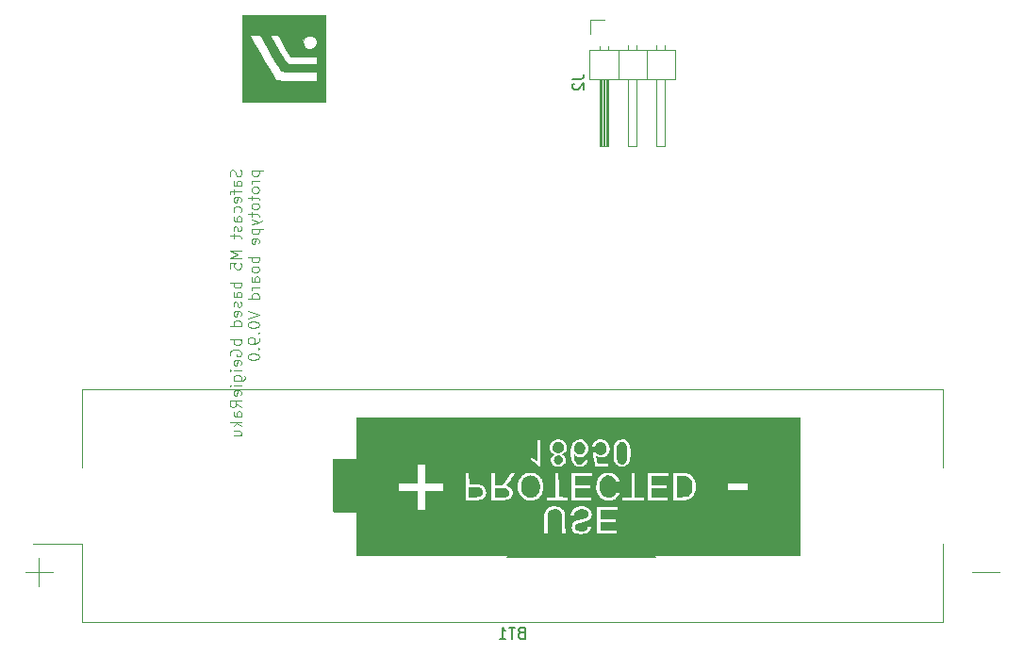
<source format=gbr>
G04 #@! TF.GenerationSoftware,KiCad,Pcbnew,(5.99.0-128-g6ff45b44c)*
G04 #@! TF.CreationDate,2019-09-15T18:53:50+09:00*
G04 #@! TF.ProjectId,M5_board,4d355f62-6f61-4726-942e-6b696361645f,rev?*
G04 #@! TF.SameCoordinates,Original*
G04 #@! TF.FileFunction,Legend,Bot*
G04 #@! TF.FilePolarity,Positive*
%FSLAX46Y46*%
G04 Gerber Fmt 4.6, Leading zero omitted, Abs format (unit mm)*
G04 Created by KiCad (PCBNEW (5.99.0-128-g6ff45b44c)) date 2019-09-15 18:53:50*
%MOMM*%
%LPD*%
G04 APERTURE LIST*
%ADD10C,0.100000*%
%ADD11C,0.150000*%
%ADD12C,0.010000*%
%ADD13C,0.120000*%
G04 APERTURE END LIST*
D10*
X138599761Y-85505476D02*
X138647380Y-85648333D01*
X138647380Y-85886428D01*
X138599761Y-85981666D01*
X138552142Y-86029285D01*
X138456904Y-86076904D01*
X138361666Y-86076904D01*
X138266428Y-86029285D01*
X138218809Y-85981666D01*
X138171190Y-85886428D01*
X138123571Y-85695952D01*
X138075952Y-85600714D01*
X138028333Y-85553095D01*
X137933095Y-85505476D01*
X137837857Y-85505476D01*
X137742619Y-85553095D01*
X137695000Y-85600714D01*
X137647380Y-85695952D01*
X137647380Y-85934047D01*
X137695000Y-86076904D01*
X138647380Y-86934047D02*
X138123571Y-86934047D01*
X138028333Y-86886428D01*
X137980714Y-86791190D01*
X137980714Y-86600714D01*
X138028333Y-86505476D01*
X138599761Y-86934047D02*
X138647380Y-86838809D01*
X138647380Y-86600714D01*
X138599761Y-86505476D01*
X138504523Y-86457857D01*
X138409285Y-86457857D01*
X138314047Y-86505476D01*
X138266428Y-86600714D01*
X138266428Y-86838809D01*
X138218809Y-86934047D01*
X137980714Y-87267380D02*
X137980714Y-87648333D01*
X138647380Y-87410238D02*
X137790238Y-87410238D01*
X137695000Y-87457857D01*
X137647380Y-87553095D01*
X137647380Y-87648333D01*
X138599761Y-88362619D02*
X138647380Y-88267380D01*
X138647380Y-88076904D01*
X138599761Y-87981666D01*
X138504523Y-87934047D01*
X138123571Y-87934047D01*
X138028333Y-87981666D01*
X137980714Y-88076904D01*
X137980714Y-88267380D01*
X138028333Y-88362619D01*
X138123571Y-88410238D01*
X138218809Y-88410238D01*
X138314047Y-87934047D01*
X138599761Y-89267380D02*
X138647380Y-89172142D01*
X138647380Y-88981666D01*
X138599761Y-88886428D01*
X138552142Y-88838809D01*
X138456904Y-88791190D01*
X138171190Y-88791190D01*
X138075952Y-88838809D01*
X138028333Y-88886428D01*
X137980714Y-88981666D01*
X137980714Y-89172142D01*
X138028333Y-89267380D01*
X138647380Y-90124523D02*
X138123571Y-90124523D01*
X138028333Y-90076904D01*
X137980714Y-89981666D01*
X137980714Y-89791190D01*
X138028333Y-89695952D01*
X138599761Y-90124523D02*
X138647380Y-90029285D01*
X138647380Y-89791190D01*
X138599761Y-89695952D01*
X138504523Y-89648333D01*
X138409285Y-89648333D01*
X138314047Y-89695952D01*
X138266428Y-89791190D01*
X138266428Y-90029285D01*
X138218809Y-90124523D01*
X138599761Y-90553095D02*
X138647380Y-90648333D01*
X138647380Y-90838809D01*
X138599761Y-90934047D01*
X138504523Y-90981666D01*
X138456904Y-90981666D01*
X138361666Y-90934047D01*
X138314047Y-90838809D01*
X138314047Y-90695952D01*
X138266428Y-90600714D01*
X138171190Y-90553095D01*
X138123571Y-90553095D01*
X138028333Y-90600714D01*
X137980714Y-90695952D01*
X137980714Y-90838809D01*
X138028333Y-90934047D01*
X137980714Y-91267380D02*
X137980714Y-91648333D01*
X137647380Y-91410238D02*
X138504523Y-91410238D01*
X138599761Y-91457857D01*
X138647380Y-91553095D01*
X138647380Y-91648333D01*
X138647380Y-92743571D02*
X137647380Y-92743571D01*
X138361666Y-93076904D01*
X137647380Y-93410238D01*
X138647380Y-93410238D01*
X137647380Y-94362619D02*
X137647380Y-93886428D01*
X138123571Y-93838809D01*
X138075952Y-93886428D01*
X138028333Y-93981666D01*
X138028333Y-94219761D01*
X138075952Y-94314999D01*
X138123571Y-94362619D01*
X138218809Y-94410238D01*
X138456904Y-94410238D01*
X138552142Y-94362619D01*
X138599761Y-94314999D01*
X138647380Y-94219761D01*
X138647380Y-93981666D01*
X138599761Y-93886428D01*
X138552142Y-93838809D01*
X138647380Y-95600714D02*
X137647380Y-95600714D01*
X138028333Y-95600714D02*
X137980714Y-95695952D01*
X137980714Y-95886428D01*
X138028333Y-95981666D01*
X138075952Y-96029285D01*
X138171190Y-96076904D01*
X138456904Y-96076904D01*
X138552142Y-96029285D01*
X138599761Y-95981666D01*
X138647380Y-95886428D01*
X138647380Y-95695952D01*
X138599761Y-95600714D01*
X138647380Y-96934047D02*
X138123571Y-96934047D01*
X138028333Y-96886428D01*
X137980714Y-96791190D01*
X137980714Y-96600714D01*
X138028333Y-96505476D01*
X138599761Y-96934047D02*
X138647380Y-96838809D01*
X138647380Y-96600714D01*
X138599761Y-96505476D01*
X138504523Y-96457857D01*
X138409285Y-96457857D01*
X138314047Y-96505476D01*
X138266428Y-96600714D01*
X138266428Y-96838809D01*
X138218809Y-96934047D01*
X138599761Y-97362619D02*
X138647380Y-97457857D01*
X138647380Y-97648333D01*
X138599761Y-97743571D01*
X138504523Y-97791190D01*
X138456904Y-97791190D01*
X138361666Y-97743571D01*
X138314047Y-97648333D01*
X138314047Y-97505476D01*
X138266428Y-97410238D01*
X138171190Y-97362619D01*
X138123571Y-97362619D01*
X138028333Y-97410238D01*
X137980714Y-97505476D01*
X137980714Y-97648333D01*
X138028333Y-97743571D01*
X138599761Y-98600714D02*
X138647380Y-98505476D01*
X138647380Y-98314999D01*
X138599761Y-98219761D01*
X138504523Y-98172142D01*
X138123571Y-98172142D01*
X138028333Y-98219761D01*
X137980714Y-98314999D01*
X137980714Y-98505476D01*
X138028333Y-98600714D01*
X138123571Y-98648333D01*
X138218809Y-98648333D01*
X138314047Y-98172142D01*
X138647380Y-99505476D02*
X137647380Y-99505476D01*
X138599761Y-99505476D02*
X138647380Y-99410238D01*
X138647380Y-99219761D01*
X138599761Y-99124523D01*
X138552142Y-99076904D01*
X138456904Y-99029285D01*
X138171190Y-99029285D01*
X138075952Y-99076904D01*
X138028333Y-99124523D01*
X137980714Y-99219761D01*
X137980714Y-99410238D01*
X138028333Y-99505476D01*
X138647380Y-100743571D02*
X137647380Y-100743571D01*
X138028333Y-100743571D02*
X137980714Y-100838809D01*
X137980714Y-101029285D01*
X138028333Y-101124523D01*
X138075952Y-101172142D01*
X138171190Y-101219761D01*
X138456904Y-101219761D01*
X138552142Y-101172142D01*
X138599761Y-101124523D01*
X138647380Y-101029285D01*
X138647380Y-100838809D01*
X138599761Y-100743571D01*
X137695000Y-102172142D02*
X137647380Y-102076904D01*
X137647380Y-101934047D01*
X137695000Y-101791190D01*
X137790238Y-101695952D01*
X137885476Y-101648333D01*
X138075952Y-101600714D01*
X138218809Y-101600714D01*
X138409285Y-101648333D01*
X138504523Y-101695952D01*
X138599761Y-101791190D01*
X138647380Y-101934047D01*
X138647380Y-102029285D01*
X138599761Y-102172142D01*
X138552142Y-102219761D01*
X138218809Y-102219761D01*
X138218809Y-102029285D01*
X138599761Y-103029285D02*
X138647380Y-102934047D01*
X138647380Y-102743571D01*
X138599761Y-102648333D01*
X138504523Y-102600714D01*
X138123571Y-102600714D01*
X138028333Y-102648333D01*
X137980714Y-102743571D01*
X137980714Y-102934047D01*
X138028333Y-103029285D01*
X138123571Y-103076904D01*
X138218809Y-103076904D01*
X138314047Y-102600714D01*
X138647380Y-103505476D02*
X137980714Y-103505476D01*
X137647380Y-103505476D02*
X137695000Y-103457857D01*
X137742619Y-103505476D01*
X137695000Y-103553095D01*
X137647380Y-103505476D01*
X137742619Y-103505476D01*
X137980714Y-104410238D02*
X138790238Y-104410238D01*
X138885476Y-104362619D01*
X138933095Y-104314999D01*
X138980714Y-104219761D01*
X138980714Y-104076904D01*
X138933095Y-103981666D01*
X138599761Y-104410238D02*
X138647380Y-104314999D01*
X138647380Y-104124523D01*
X138599761Y-104029285D01*
X138552142Y-103981666D01*
X138456904Y-103934047D01*
X138171190Y-103934047D01*
X138075952Y-103981666D01*
X138028333Y-104029285D01*
X137980714Y-104124523D01*
X137980714Y-104314999D01*
X138028333Y-104410238D01*
X138647380Y-104886428D02*
X137980714Y-104886428D01*
X137647380Y-104886428D02*
X137695000Y-104838809D01*
X137742619Y-104886428D01*
X137695000Y-104934047D01*
X137647380Y-104886428D01*
X137742619Y-104886428D01*
X138599761Y-105743571D02*
X138647380Y-105648333D01*
X138647380Y-105457857D01*
X138599761Y-105362619D01*
X138504523Y-105314999D01*
X138123571Y-105314999D01*
X138028333Y-105362619D01*
X137980714Y-105457857D01*
X137980714Y-105648333D01*
X138028333Y-105743571D01*
X138123571Y-105791190D01*
X138218809Y-105791190D01*
X138314047Y-105314999D01*
X138647380Y-106791190D02*
X138171190Y-106457857D01*
X138647380Y-106219761D02*
X137647380Y-106219761D01*
X137647380Y-106600714D01*
X137695000Y-106695952D01*
X137742619Y-106743571D01*
X137837857Y-106791190D01*
X137980714Y-106791190D01*
X138075952Y-106743571D01*
X138123571Y-106695952D01*
X138171190Y-106600714D01*
X138171190Y-106219761D01*
X138647380Y-107648333D02*
X138123571Y-107648333D01*
X138028333Y-107600714D01*
X137980714Y-107505476D01*
X137980714Y-107314999D01*
X138028333Y-107219761D01*
X138599761Y-107648333D02*
X138647380Y-107553095D01*
X138647380Y-107314999D01*
X138599761Y-107219761D01*
X138504523Y-107172142D01*
X138409285Y-107172142D01*
X138314047Y-107219761D01*
X138266428Y-107314999D01*
X138266428Y-107553095D01*
X138218809Y-107648333D01*
X138647380Y-108124523D02*
X137647380Y-108124523D01*
X138266428Y-108219761D02*
X138647380Y-108505476D01*
X137980714Y-108505476D02*
X138361666Y-108124523D01*
X137980714Y-109362619D02*
X138647380Y-109362619D01*
X137980714Y-108934047D02*
X138504523Y-108934047D01*
X138599761Y-108981666D01*
X138647380Y-109076904D01*
X138647380Y-109219761D01*
X138599761Y-109314999D01*
X138552142Y-109362619D01*
X139590714Y-85553095D02*
X140590714Y-85553095D01*
X139638333Y-85553095D02*
X139590714Y-85648333D01*
X139590714Y-85838809D01*
X139638333Y-85934047D01*
X139685952Y-85981666D01*
X139781190Y-86029285D01*
X140066904Y-86029285D01*
X140162142Y-85981666D01*
X140209761Y-85934047D01*
X140257380Y-85838809D01*
X140257380Y-85648333D01*
X140209761Y-85553095D01*
X140257380Y-86457857D02*
X139590714Y-86457857D01*
X139781190Y-86457857D02*
X139685952Y-86505476D01*
X139638333Y-86553095D01*
X139590714Y-86648333D01*
X139590714Y-86743571D01*
X140257380Y-87219761D02*
X140209761Y-87124523D01*
X140162142Y-87076904D01*
X140066904Y-87029285D01*
X139781190Y-87029285D01*
X139685952Y-87076904D01*
X139638333Y-87124523D01*
X139590714Y-87219761D01*
X139590714Y-87362619D01*
X139638333Y-87457857D01*
X139685952Y-87505476D01*
X139781190Y-87553095D01*
X140066904Y-87553095D01*
X140162142Y-87505476D01*
X140209761Y-87457857D01*
X140257380Y-87362619D01*
X140257380Y-87219761D01*
X139590714Y-87838809D02*
X139590714Y-88219761D01*
X139257380Y-87981666D02*
X140114523Y-87981666D01*
X140209761Y-88029285D01*
X140257380Y-88124523D01*
X140257380Y-88219761D01*
X140257380Y-88695952D02*
X140209761Y-88600714D01*
X140162142Y-88553095D01*
X140066904Y-88505476D01*
X139781190Y-88505476D01*
X139685952Y-88553095D01*
X139638333Y-88600714D01*
X139590714Y-88695952D01*
X139590714Y-88838809D01*
X139638333Y-88934047D01*
X139685952Y-88981666D01*
X139781190Y-89029285D01*
X140066904Y-89029285D01*
X140162142Y-88981666D01*
X140209761Y-88934047D01*
X140257380Y-88838809D01*
X140257380Y-88695952D01*
X139590714Y-89315000D02*
X139590714Y-89695952D01*
X139257380Y-89457857D02*
X140114523Y-89457857D01*
X140209761Y-89505476D01*
X140257380Y-89600714D01*
X140257380Y-89695952D01*
X139590714Y-89934047D02*
X140257380Y-90172142D01*
X139590714Y-90410238D02*
X140257380Y-90172142D01*
X140495476Y-90076904D01*
X140543095Y-90029285D01*
X140590714Y-89934047D01*
X139590714Y-90791190D02*
X140590714Y-90791190D01*
X139638333Y-90791190D02*
X139590714Y-90886428D01*
X139590714Y-91076904D01*
X139638333Y-91172142D01*
X139685952Y-91219761D01*
X139781190Y-91267380D01*
X140066904Y-91267380D01*
X140162142Y-91219761D01*
X140209761Y-91172142D01*
X140257380Y-91076904D01*
X140257380Y-90886428D01*
X140209761Y-90791190D01*
X140209761Y-92076904D02*
X140257380Y-91981666D01*
X140257380Y-91791190D01*
X140209761Y-91695952D01*
X140114523Y-91648333D01*
X139733571Y-91648333D01*
X139638333Y-91695952D01*
X139590714Y-91791190D01*
X139590714Y-91981666D01*
X139638333Y-92076904D01*
X139733571Y-92124523D01*
X139828809Y-92124523D01*
X139924047Y-91648333D01*
X140257380Y-93315000D02*
X139257380Y-93315000D01*
X139638333Y-93315000D02*
X139590714Y-93410238D01*
X139590714Y-93600714D01*
X139638333Y-93695952D01*
X139685952Y-93743571D01*
X139781190Y-93791190D01*
X140066904Y-93791190D01*
X140162142Y-93743571D01*
X140209761Y-93695952D01*
X140257380Y-93600714D01*
X140257380Y-93410238D01*
X140209761Y-93315000D01*
X140257380Y-94362619D02*
X140209761Y-94267380D01*
X140162142Y-94219761D01*
X140066904Y-94172142D01*
X139781190Y-94172142D01*
X139685952Y-94219761D01*
X139638333Y-94267380D01*
X139590714Y-94362619D01*
X139590714Y-94505476D01*
X139638333Y-94600714D01*
X139685952Y-94648333D01*
X139781190Y-94695952D01*
X140066904Y-94695952D01*
X140162142Y-94648333D01*
X140209761Y-94600714D01*
X140257380Y-94505476D01*
X140257380Y-94362619D01*
X140257380Y-95553095D02*
X139733571Y-95553095D01*
X139638333Y-95505476D01*
X139590714Y-95410238D01*
X139590714Y-95219761D01*
X139638333Y-95124523D01*
X140209761Y-95553095D02*
X140257380Y-95457857D01*
X140257380Y-95219761D01*
X140209761Y-95124523D01*
X140114523Y-95076904D01*
X140019285Y-95076904D01*
X139924047Y-95124523D01*
X139876428Y-95219761D01*
X139876428Y-95457857D01*
X139828809Y-95553095D01*
X140257380Y-96029285D02*
X139590714Y-96029285D01*
X139781190Y-96029285D02*
X139685952Y-96076904D01*
X139638333Y-96124523D01*
X139590714Y-96219761D01*
X139590714Y-96315000D01*
X140257380Y-97076904D02*
X139257380Y-97076904D01*
X140209761Y-97076904D02*
X140257380Y-96981666D01*
X140257380Y-96791190D01*
X140209761Y-96695952D01*
X140162142Y-96648333D01*
X140066904Y-96600714D01*
X139781190Y-96600714D01*
X139685952Y-96648333D01*
X139638333Y-96695952D01*
X139590714Y-96791190D01*
X139590714Y-96981666D01*
X139638333Y-97076904D01*
X139257380Y-98172142D02*
X140257380Y-98505476D01*
X139257380Y-98838809D01*
X139257380Y-99362619D02*
X139257380Y-99457857D01*
X139305000Y-99553095D01*
X139352619Y-99600714D01*
X139447857Y-99648333D01*
X139638333Y-99695952D01*
X139876428Y-99695952D01*
X140066904Y-99648333D01*
X140162142Y-99600714D01*
X140209761Y-99553095D01*
X140257380Y-99457857D01*
X140257380Y-99362619D01*
X140209761Y-99267380D01*
X140162142Y-99219761D01*
X140066904Y-99172142D01*
X139876428Y-99124523D01*
X139638333Y-99124523D01*
X139447857Y-99172142D01*
X139352619Y-99219761D01*
X139305000Y-99267380D01*
X139257380Y-99362619D01*
X140162142Y-100124523D02*
X140209761Y-100172142D01*
X140257380Y-100124523D01*
X140209761Y-100076904D01*
X140162142Y-100124523D01*
X140257380Y-100124523D01*
X140257380Y-100648333D02*
X140257380Y-100838809D01*
X140209761Y-100934047D01*
X140162142Y-100981666D01*
X140019285Y-101076904D01*
X139828809Y-101124523D01*
X139447857Y-101124523D01*
X139352619Y-101076904D01*
X139305000Y-101029285D01*
X139257380Y-100934047D01*
X139257380Y-100743571D01*
X139305000Y-100648333D01*
X139352619Y-100600714D01*
X139447857Y-100553095D01*
X139685952Y-100553095D01*
X139781190Y-100600714D01*
X139828809Y-100648333D01*
X139876428Y-100743571D01*
X139876428Y-100934047D01*
X139828809Y-101029285D01*
X139781190Y-101076904D01*
X139685952Y-101124523D01*
X140162142Y-101553095D02*
X140209761Y-101600714D01*
X140257380Y-101553095D01*
X140209761Y-101505476D01*
X140162142Y-101553095D01*
X140257380Y-101553095D01*
X139257380Y-102219761D02*
X139257380Y-102315000D01*
X139305000Y-102410238D01*
X139352619Y-102457857D01*
X139447857Y-102505476D01*
X139638333Y-102553095D01*
X139876428Y-102553095D01*
X140066904Y-102505476D01*
X140162142Y-102457857D01*
X140209761Y-102410238D01*
X140257380Y-102315000D01*
X140257380Y-102219761D01*
X140209761Y-102124523D01*
X140162142Y-102076904D01*
X140066904Y-102029285D01*
X139876428Y-101981666D01*
X139638333Y-101981666D01*
X139447857Y-102029285D01*
X139352619Y-102076904D01*
X139305000Y-102124523D01*
X139257380Y-102219761D01*
D11*
G36*
X175872636Y-120210945D02*
G01*
X175959414Y-120295786D01*
X176046191Y-120380626D01*
X162399647Y-120380626D01*
X162486424Y-120295786D01*
X162573202Y-120210945D01*
X161748558Y-120210143D01*
X159406274Y-120207866D01*
X155808543Y-120204369D01*
X155178520Y-120203756D01*
X149043885Y-120197793D01*
X149043885Y-118187821D01*
X165855396Y-118187821D01*
X166165606Y-118187821D01*
X166173656Y-117263802D01*
X166174239Y-117198012D01*
X166176582Y-116964025D01*
X166179134Y-116775641D01*
X166182188Y-116627569D01*
X166186036Y-116514517D01*
X166190969Y-116431193D01*
X166197279Y-116372305D01*
X166205258Y-116332562D01*
X166215197Y-116306672D01*
X166227390Y-116289342D01*
X166257003Y-116249953D01*
X166273073Y-116211029D01*
X166276630Y-116200106D01*
X166308183Y-116158029D01*
X166361766Y-116105284D01*
X166379446Y-116091058D01*
X166490495Y-116034001D01*
X166632426Y-115997583D01*
X166790825Y-115982396D01*
X166951280Y-115989030D01*
X167099378Y-116018074D01*
X167220704Y-116070119D01*
X167263883Y-116100345D01*
X167316727Y-116152259D01*
X167360241Y-116218857D01*
X167395259Y-116304822D01*
X167422615Y-116414836D01*
X167443144Y-116553581D01*
X167457681Y-116725739D01*
X167467060Y-116935993D01*
X167472115Y-117189025D01*
X167473681Y-117489517D01*
X167473895Y-118187821D01*
X167765665Y-118187821D01*
X167754064Y-117280678D01*
X167752283Y-117149565D01*
X167748311Y-116913559D01*
X167743763Y-116722221D01*
X167738388Y-116570462D01*
X167731934Y-116453190D01*
X167731154Y-116444384D01*
X168230935Y-116444384D01*
X168233053Y-116476741D01*
X168248770Y-116501655D01*
X168290996Y-116514160D01*
X168372570Y-116521222D01*
X168514204Y-116530164D01*
X168530267Y-116422759D01*
X168533386Y-116405443D01*
X168582886Y-116286962D01*
X168674336Y-116178697D01*
X168798808Y-116087410D01*
X168947375Y-116019864D01*
X169111108Y-115982821D01*
X169126687Y-115981181D01*
X169251061Y-115977704D01*
X169380418Y-115987846D01*
X169500497Y-116009176D01*
X169597035Y-116039263D01*
X169655771Y-116075674D01*
X169691982Y-116107841D01*
X169730807Y-116125539D01*
X169734293Y-116125994D01*
X169766033Y-116154240D01*
X169803193Y-116215258D01*
X169838608Y-116293502D01*
X169865113Y-116373430D01*
X169875540Y-116439495D01*
X169875540Y-116439859D01*
X169868667Y-116494431D01*
X169852265Y-116517112D01*
X169834082Y-116530198D01*
X169812927Y-116575847D01*
X169776810Y-116639052D01*
X169696233Y-116707246D01*
X169584234Y-116764724D01*
X169451849Y-116804497D01*
X169372408Y-116822403D01*
X169299907Y-116842162D01*
X169262076Y-116856922D01*
X169244989Y-116864406D01*
X169183911Y-116883440D01*
X169091958Y-116908239D01*
X168981449Y-116935360D01*
X168907874Y-116953489D01*
X168814557Y-116979516D01*
X168750637Y-117001278D01*
X168726927Y-117015376D01*
X168713708Y-117032194D01*
X168668191Y-117053531D01*
X168587562Y-117088366D01*
X168479140Y-117177053D01*
X168398575Y-117298759D01*
X168349649Y-117444597D01*
X168336146Y-117605678D01*
X168361851Y-117773115D01*
X168361929Y-117773396D01*
X168405155Y-117859621D01*
X168482351Y-117954586D01*
X168579941Y-118045620D01*
X168684347Y-118120052D01*
X168781991Y-118165211D01*
X168793813Y-118168485D01*
X168909519Y-118188683D01*
X169054281Y-118199276D01*
X169211977Y-118200541D01*
X169366485Y-118192755D01*
X169406765Y-118187821D01*
X170606475Y-118187821D01*
X172381604Y-118187821D01*
X172381604Y-117926772D01*
X170918373Y-117926772D01*
X170925579Y-117528674D01*
X170932785Y-117130575D01*
X171604985Y-117123608D01*
X172277184Y-117116641D01*
X172277184Y-116883461D01*
X171604985Y-116876494D01*
X170932785Y-116869527D01*
X170932785Y-116034172D01*
X171683299Y-116027246D01*
X172433813Y-116020319D01*
X172433813Y-115786176D01*
X170606475Y-115786176D01*
X170606475Y-118187821D01*
X169406765Y-118187821D01*
X169501679Y-118176195D01*
X169601439Y-118151139D01*
X169650956Y-118130278D01*
X169718166Y-118094417D01*
X169753649Y-118064851D01*
X169781935Y-118036140D01*
X169838958Y-118004108D01*
X169883918Y-117975353D01*
X169926031Y-117918239D01*
X169948141Y-117873431D01*
X169991108Y-117814934D01*
X170001411Y-117801789D01*
X170029666Y-117738592D01*
X170048582Y-117657680D01*
X170064431Y-117542051D01*
X169943957Y-117523985D01*
X169860877Y-117514530D01*
X169806902Y-117522168D01*
X169777993Y-117555478D01*
X169760719Y-117621619D01*
X169750498Y-117656762D01*
X169715706Y-117728770D01*
X169668994Y-117799419D01*
X169621244Y-117853190D01*
X169583340Y-117874563D01*
X169572022Y-117876764D01*
X169521449Y-117895377D01*
X169451698Y-117926772D01*
X169401015Y-117945735D01*
X169309463Y-117966097D01*
X169208682Y-117977861D01*
X169113679Y-117980159D01*
X169039459Y-117972121D01*
X169001028Y-117952877D01*
X168982688Y-117938204D01*
X168931644Y-117926772D01*
X168921500Y-117926463D01*
X168826221Y-117901156D01*
X168733451Y-117845097D01*
X168667044Y-117772220D01*
X168653493Y-117743807D01*
X168631423Y-117656141D01*
X168624069Y-117556567D01*
X168632046Y-117465558D01*
X168655969Y-117403588D01*
X168673309Y-117384178D01*
X168731444Y-117339276D01*
X168817386Y-117295196D01*
X168937053Y-117249558D01*
X169096362Y-117199981D01*
X169301234Y-117144085D01*
X169377412Y-117124039D01*
X169538072Y-117079420D01*
X169661245Y-117039930D01*
X169756619Y-117001296D01*
X169833885Y-116959243D01*
X169902731Y-116909495D01*
X169972847Y-116847779D01*
X170053986Y-116741171D01*
X170108170Y-116601196D01*
X170129757Y-116445413D01*
X170116853Y-116287934D01*
X170084378Y-116192359D01*
X170067562Y-116142869D01*
X170052419Y-116116033D01*
X169978018Y-116019859D01*
X169880874Y-115927447D01*
X169777072Y-115852725D01*
X169682701Y-115809622D01*
X169657452Y-115802165D01*
X169591919Y-115775853D01*
X169556688Y-115750844D01*
X169548848Y-115745158D01*
X169498853Y-115733922D01*
X169415026Y-115726493D01*
X169309644Y-115722771D01*
X169194987Y-115722657D01*
X169083333Y-115726050D01*
X168986960Y-115732851D01*
X168918147Y-115742959D01*
X168889173Y-115756275D01*
X168877192Y-115771777D01*
X168832490Y-115786176D01*
X168795141Y-115791258D01*
X168715929Y-115817562D01*
X168630753Y-115858026D01*
X168558364Y-115903259D01*
X168517517Y-115943873D01*
X168493946Y-115974349D01*
X168453526Y-115995015D01*
X168447436Y-115996918D01*
X168415061Y-116030442D01*
X168371332Y-116097150D01*
X168323920Y-116185751D01*
X168314190Y-116206083D01*
X168271888Y-116304187D01*
X168242161Y-116389115D01*
X168230935Y-116444384D01*
X167731154Y-116444384D01*
X167724150Y-116365318D01*
X167714785Y-116301755D01*
X167703589Y-116257411D01*
X167690405Y-116221796D01*
X167660176Y-116160145D01*
X167634567Y-116131238D01*
X167624117Y-116125672D01*
X167604420Y-116087779D01*
X167587277Y-116052661D01*
X167539611Y-115996907D01*
X167474140Y-115933440D01*
X167403656Y-115873795D01*
X167340947Y-115829509D01*
X167298806Y-115812120D01*
X167297249Y-115812093D01*
X167241404Y-115798838D01*
X167173690Y-115768724D01*
X167149102Y-115758907D01*
X167070868Y-115742703D01*
X166964529Y-115731077D01*
X166843404Y-115724339D01*
X166720811Y-115722800D01*
X166610072Y-115726771D01*
X166524504Y-115736562D01*
X166477427Y-115752485D01*
X166467586Y-115759238D01*
X166410928Y-115786170D01*
X166335454Y-115812625D01*
X166330340Y-115814181D01*
X166200559Y-115880674D01*
X166085620Y-115990552D01*
X165990555Y-116136170D01*
X165920397Y-116309887D01*
X165880179Y-116504059D01*
X165873821Y-116583967D01*
X165867948Y-116708231D01*
X165862946Y-116866303D01*
X165859059Y-117048883D01*
X165856528Y-117246669D01*
X165855594Y-117450359D01*
X165855396Y-118187821D01*
X149043885Y-118187821D01*
X149043885Y-116282168D01*
X148034005Y-116282168D01*
X147855928Y-116282148D01*
X147632166Y-116281918D01*
X147452007Y-116281205D01*
X147310313Y-116279736D01*
X147201943Y-116277239D01*
X147121758Y-116273442D01*
X147064618Y-116268072D01*
X147025382Y-116260856D01*
X146998912Y-116251522D01*
X146980067Y-116239797D01*
X146963707Y-116225408D01*
X146903289Y-116168648D01*
X146903289Y-113671685D01*
X152802981Y-113671685D01*
X152802981Y-114350411D01*
X154473690Y-114350411D01*
X154473690Y-116047225D01*
X155178520Y-116047225D01*
X155178520Y-114350411D01*
X156797020Y-114350411D01*
X156797020Y-113671685D01*
X155178520Y-113671685D01*
X155178520Y-112731911D01*
X158807092Y-112731911D01*
X158807092Y-115159660D01*
X159406274Y-115159660D01*
X159495868Y-115159381D01*
X159664395Y-115157298D01*
X159813913Y-115153445D01*
X159936124Y-115148141D01*
X160022726Y-115141702D01*
X160065421Y-115134447D01*
X160078529Y-115129260D01*
X160150823Y-115105175D01*
X160235144Y-115081551D01*
X160348722Y-115036714D01*
X160468278Y-114941958D01*
X160571256Y-114799883D01*
X160594675Y-114756679D01*
X160624536Y-114681346D01*
X160639615Y-114596509D01*
X160644809Y-114480935D01*
X160643697Y-114376080D01*
X160632744Y-114291000D01*
X160606136Y-114210094D01*
X160558186Y-114108941D01*
X160550199Y-114093424D01*
X160503690Y-114011888D01*
X160463290Y-113954456D01*
X160436981Y-113932733D01*
X160422229Y-113929355D01*
X160391253Y-113896720D01*
X160367342Y-113863996D01*
X160304487Y-113828810D01*
X160202478Y-113800668D01*
X160058101Y-113778964D01*
X159868144Y-113763088D01*
X159629394Y-113752432D01*
X159133402Y-113736947D01*
X159119222Y-112731911D01*
X161104317Y-112731911D01*
X161104317Y-115159660D01*
X161748558Y-115159660D01*
X161970593Y-115158433D01*
X162163451Y-115154716D01*
X162316359Y-115148672D01*
X162425240Y-115140463D01*
X162486019Y-115130252D01*
X162592366Y-115096174D01*
X162691748Y-115060937D01*
X162761294Y-115028575D01*
X162812320Y-114992351D01*
X162856139Y-114945529D01*
X162904068Y-114881373D01*
X162962058Y-114786791D01*
X163021321Y-114618941D01*
X163029416Y-114448566D01*
X162986413Y-114280273D01*
X162892382Y-114118668D01*
X162829553Y-114044940D01*
X162753481Y-113986135D01*
X162654678Y-113943642D01*
X162595034Y-113921405D01*
X162579044Y-113913913D01*
X163492867Y-113913913D01*
X163498192Y-114084976D01*
X163516565Y-114232939D01*
X163552725Y-114381077D01*
X163645533Y-114609761D01*
X163776938Y-114803450D01*
X163947346Y-114962691D01*
X164157168Y-115088028D01*
X164187105Y-115102023D01*
X164259728Y-115132866D01*
X164325623Y-115152588D01*
X164399524Y-115163768D01*
X164496161Y-115168982D01*
X164630270Y-115170810D01*
X164693401Y-115170955D01*
X164818739Y-115168429D01*
X164909231Y-115160639D01*
X164977181Y-115146147D01*
X165034894Y-115123515D01*
X165049163Y-115116685D01*
X165142511Y-115072372D01*
X165228247Y-115032148D01*
X165318957Y-114978630D01*
X165409543Y-114898612D01*
X166064235Y-114898612D01*
X166064235Y-115159660D01*
X167995992Y-115159660D01*
X168335355Y-115159660D01*
X170084378Y-115159660D01*
X170084378Y-114898612D01*
X168648613Y-114898612D01*
X168648613Y-114115467D01*
X169979959Y-114115467D01*
X169979959Y-114059644D01*
X170536016Y-114059644D01*
X170540236Y-114115467D01*
X170540634Y-114117185D01*
X170549758Y-114164426D01*
X170563977Y-114245492D01*
X170580389Y-114343884D01*
X170582749Y-114358054D01*
X170600181Y-114446800D01*
X170617023Y-114509427D01*
X170629927Y-114533144D01*
X170636122Y-114536456D01*
X170661897Y-114572223D01*
X170693408Y-114634619D01*
X170744336Y-114720204D01*
X170825144Y-114820175D01*
X170920690Y-114917494D01*
X171017131Y-114998108D01*
X171100623Y-115047965D01*
X171101960Y-115048515D01*
X171194160Y-115088126D01*
X171285201Y-115129517D01*
X171294003Y-115133361D01*
X171377140Y-115155096D01*
X171491073Y-115169209D01*
X171622056Y-115175745D01*
X171756340Y-115174750D01*
X171880178Y-115166269D01*
X171979821Y-115150347D01*
X172041523Y-115127029D01*
X172098454Y-115095954D01*
X172154557Y-115081346D01*
X172183805Y-115073875D01*
X172249266Y-115030846D01*
X172327221Y-114958394D01*
X172380818Y-114898612D01*
X172903700Y-114898612D01*
X172903700Y-115159660D01*
X174809353Y-115159660D01*
X174809353Y-114898612D01*
X174000103Y-114898612D01*
X174000103Y-112731911D01*
X175200925Y-112731911D01*
X175200925Y-115159660D01*
X176949949Y-115159660D01*
X176949949Y-114898612D01*
X175514183Y-114898612D01*
X175514183Y-114115467D01*
X176845530Y-114115467D01*
X176845530Y-113854419D01*
X175514183Y-113854419D01*
X175514183Y-112992959D01*
X177002159Y-112992959D01*
X177002159Y-112731911D01*
X175200925Y-112731911D01*
X174000103Y-112731911D01*
X173712950Y-112731911D01*
X173712950Y-114898612D01*
X172903700Y-114898612D01*
X172380818Y-114898612D01*
X172409446Y-114866682D01*
X172487716Y-114765873D01*
X172553805Y-114666129D01*
X172599491Y-114577614D01*
X172616547Y-114510489D01*
X172603827Y-114500605D01*
X172552178Y-114483380D01*
X172474352Y-114466114D01*
X172332156Y-114440065D01*
X172290381Y-114549451D01*
X172261663Y-114605658D01*
X172199367Y-114693466D01*
X172125333Y-114774145D01*
X172030913Y-114847683D01*
X171881667Y-114914563D01*
X171708511Y-114939755D01*
X171506094Y-114924558D01*
X171493294Y-114922460D01*
X171324503Y-114880711D01*
X171190672Y-114813645D01*
X171078558Y-114712370D01*
X170974914Y-114567995D01*
X170921958Y-114462154D01*
X170870703Y-114281829D01*
X170847125Y-114063326D01*
X170850673Y-113803265D01*
X170855819Y-113725548D01*
X170867032Y-113613359D01*
X170883545Y-113528353D01*
X170909014Y-113454285D01*
X170947094Y-113374912D01*
X170981436Y-113312061D01*
X171053505Y-113203931D01*
X171134996Y-113120286D01*
X171236502Y-113053353D01*
X171368613Y-112995363D01*
X171541924Y-112938545D01*
X171593799Y-112924790D01*
X171657681Y-112918990D01*
X171704725Y-112935845D01*
X171739727Y-112953878D01*
X171787364Y-112967000D01*
X171879439Y-112980678D01*
X172006515Y-113035275D01*
X172126466Y-113122313D01*
X172226305Y-113231855D01*
X172293043Y-113353960D01*
X172316438Y-113415677D01*
X172351018Y-113485934D01*
X172389711Y-113519232D01*
X172444981Y-113523662D01*
X172529296Y-113507318D01*
X172663936Y-113475899D01*
X172600473Y-113318123D01*
X172556733Y-113227745D01*
X172479533Y-113106714D01*
X172389235Y-112993441D01*
X172296857Y-112901422D01*
X172213421Y-112844150D01*
X172138700Y-112807478D01*
X172055293Y-112763991D01*
X172040983Y-112757324D01*
X171958305Y-112735303D01*
X171909045Y-112728496D01*
X177472045Y-112728496D01*
X177472045Y-115159660D01*
X178033654Y-115159660D01*
X178092284Y-115159535D01*
X178256160Y-115157810D01*
X178401295Y-115154312D01*
X178519323Y-115149363D01*
X178601877Y-115143283D01*
X178640591Y-115136393D01*
X178676516Y-115121626D01*
X178751696Y-115096073D01*
X178842549Y-115068653D01*
X178904351Y-115049099D01*
X178983742Y-115012316D01*
X179057663Y-114957649D01*
X179144533Y-114873174D01*
X179199644Y-114811793D01*
X179283950Y-114697614D01*
X179337462Y-114595025D01*
X179355502Y-114548638D01*
X179385126Y-114479775D01*
X179405644Y-114441304D01*
X179409794Y-114433044D01*
X179424219Y-114380702D01*
X179441098Y-114295370D01*
X179457581Y-114190786D01*
X179468996Y-114062386D01*
X179471302Y-113916562D01*
X179465236Y-113768341D01*
X179458285Y-113697790D01*
X182327544Y-113697790D01*
X182327544Y-114272096D01*
X184154882Y-114272096D01*
X184154882Y-113697790D01*
X182327544Y-113697790D01*
X179458285Y-113697790D01*
X179451736Y-113631322D01*
X179431739Y-113519107D01*
X179406184Y-113445296D01*
X179391581Y-113416390D01*
X179359265Y-113345404D01*
X179323049Y-113260261D01*
X179317197Y-113246973D01*
X179268406Y-113164469D01*
X179198897Y-113073853D01*
X179118628Y-112985419D01*
X179037558Y-112909463D01*
X178965646Y-112856282D01*
X178912849Y-112836170D01*
X178910688Y-112836113D01*
X178856720Y-112822106D01*
X178790339Y-112790941D01*
X178790312Y-112790925D01*
X178758349Y-112776234D01*
X178715178Y-112764758D01*
X178653967Y-112755970D01*
X178567880Y-112749345D01*
X178450085Y-112744356D01*
X178293748Y-112740478D01*
X178092035Y-112737185D01*
X177472045Y-112728496D01*
X171909045Y-112728496D01*
X171842408Y-112719288D01*
X171708148Y-112709995D01*
X171624563Y-112708870D01*
X171570378Y-112708141D01*
X171443951Y-112714444D01*
X171343721Y-112729622D01*
X171254727Y-112755046D01*
X171058591Y-112846015D01*
X170885416Y-112981976D01*
X170854242Y-113014365D01*
X170782096Y-113104081D01*
X170719495Y-113200298D01*
X170675377Y-113288361D01*
X170658685Y-113353617D01*
X170657355Y-113364016D01*
X170635976Y-113384532D01*
X170622955Y-113399961D01*
X170603114Y-113454425D01*
X170583863Y-113534635D01*
X170570767Y-113613687D01*
X170556544Y-113729156D01*
X170545275Y-113851778D01*
X170538064Y-113966844D01*
X170536016Y-114059644D01*
X169979959Y-114059644D01*
X169979959Y-113854419D01*
X168648613Y-113854419D01*
X168648613Y-112992959D01*
X170136588Y-112992959D01*
X170136588Y-112731911D01*
X168335355Y-112731911D01*
X168335355Y-115159660D01*
X167995992Y-115159660D01*
X167995992Y-114899938D01*
X167173690Y-114885560D01*
X167166874Y-113808735D01*
X167160058Y-112731911D01*
X166847379Y-112731911D01*
X166847379Y-114898612D01*
X166064235Y-114898612D01*
X165409543Y-114898612D01*
X165448035Y-114864611D01*
X165563441Y-114719911D01*
X165655508Y-114557306D01*
X165714568Y-114389568D01*
X165715139Y-114387159D01*
X165739879Y-114289828D01*
X165763342Y-114208838D01*
X165780520Y-114161505D01*
X165782560Y-114156850D01*
X165793896Y-114102743D01*
X165800586Y-114021272D01*
X165802622Y-113928309D01*
X165799996Y-113839728D01*
X165792700Y-113771401D01*
X165780727Y-113739200D01*
X165774178Y-113731364D01*
X165756844Y-113683634D01*
X165742617Y-113611133D01*
X165736845Y-113574889D01*
X165711580Y-113463616D01*
X165677592Y-113353042D01*
X165640535Y-113260119D01*
X165606066Y-113201798D01*
X165550775Y-113140173D01*
X165542138Y-113131238D01*
X165409360Y-112993895D01*
X165282400Y-112884698D01*
X165160243Y-112807200D01*
X165033236Y-112756018D01*
X164891728Y-112725769D01*
X164726067Y-112711072D01*
X164715849Y-112710605D01*
X164556578Y-112709672D01*
X164407988Y-112719764D01*
X164280405Y-112739330D01*
X164184156Y-112766819D01*
X164129567Y-112800680D01*
X164110804Y-112818013D01*
X164065507Y-112836331D01*
X164053138Y-112839201D01*
X164002220Y-112870511D01*
X163932601Y-112928190D01*
X163854650Y-113002078D01*
X163778740Y-113082015D01*
X163715239Y-113157841D01*
X163674520Y-113219394D01*
X163663633Y-113240516D01*
X163625074Y-113310787D01*
X163595530Y-113358427D01*
X163589528Y-113367910D01*
X163562893Y-113426661D01*
X163537136Y-113503142D01*
X163519061Y-113584031D01*
X163500015Y-113740136D01*
X163492867Y-113913913D01*
X162579044Y-113913913D01*
X162536586Y-113894021D01*
X162513978Y-113875118D01*
X162513972Y-113874877D01*
X162490672Y-113860420D01*
X162435663Y-113854419D01*
X162405538Y-113853152D01*
X162363521Y-113839306D01*
X162371257Y-113812119D01*
X162428946Y-113773989D01*
X162447410Y-113763375D01*
X162517205Y-113713043D01*
X162587268Y-113651284D01*
X162604988Y-113632870D01*
X162662995Y-113564880D01*
X162728662Y-113480034D01*
X162793871Y-113389804D01*
X162850502Y-113305664D01*
X162890435Y-113239086D01*
X162905550Y-113201545D01*
X162906412Y-113195034D01*
X162932215Y-113175693D01*
X162959773Y-113154965D01*
X162989567Y-113103905D01*
X163006716Y-113069373D01*
X163051973Y-112992749D01*
X163106479Y-112911148D01*
X163141851Y-112858943D01*
X163178495Y-112796951D01*
X163192703Y-112761045D01*
X163181736Y-112748839D01*
X163125769Y-112736310D01*
X163027447Y-112731911D01*
X162862191Y-112731911D01*
X162779451Y-112847124D01*
X162746827Y-112893816D01*
X162710742Y-112949693D01*
X162696711Y-112977841D01*
X162691592Y-112989370D01*
X162662887Y-113036917D01*
X162614576Y-113111093D01*
X162553135Y-113201798D01*
X162515581Y-113257065D01*
X162461023Y-113340521D01*
X162423511Y-113402153D01*
X162409558Y-113431534D01*
X162406821Y-113438428D01*
X162378028Y-113477915D01*
X162324529Y-113540988D01*
X162254643Y-113617652D01*
X162246871Y-113625895D01*
X162168604Y-113703600D01*
X162097362Y-113758211D01*
X162021313Y-113793801D01*
X161928623Y-113814443D01*
X161807460Y-113824211D01*
X161645992Y-113827177D01*
X161417575Y-113828314D01*
X161417575Y-112731911D01*
X161104317Y-112731911D01*
X159119222Y-112731911D01*
X158807092Y-112731911D01*
X155178520Y-112731911D01*
X155178520Y-111948766D01*
X154473690Y-111948766D01*
X154473690Y-113671685D01*
X152802981Y-113671685D01*
X146903289Y-113671685D01*
X146903289Y-111452774D01*
X149043885Y-111452774D01*
X149043885Y-111427316D01*
X164654574Y-111427316D01*
X164654862Y-111459919D01*
X164660992Y-111526087D01*
X164680199Y-111561773D01*
X164719143Y-111583035D01*
X164720642Y-111583609D01*
X164829211Y-111640148D01*
X164955496Y-111729260D01*
X165087539Y-111840850D01*
X165213381Y-111964825D01*
X165321062Y-112091091D01*
X165340950Y-112115778D01*
X165401828Y-112168341D01*
X165466922Y-112183710D01*
X165542138Y-112183710D01*
X165542138Y-110443529D01*
X166338409Y-110443529D01*
X166365803Y-110616098D01*
X166444579Y-110783965D01*
X166501080Y-110856668D01*
X166587039Y-110933864D01*
X166677439Y-110988353D01*
X166756816Y-111008992D01*
X166773015Y-111010222D01*
X166793931Y-111028169D01*
X166772166Y-111063126D01*
X166710329Y-111109454D01*
X166624936Y-111167903D01*
X166535050Y-111256030D01*
X166483061Y-111355886D01*
X166460811Y-111479577D01*
X166462870Y-111635601D01*
X166501857Y-111802204D01*
X166578679Y-111938582D01*
X166690915Y-112040703D01*
X166836141Y-112104532D01*
X166881794Y-112117777D01*
X166951492Y-112142175D01*
X166989651Y-112161453D01*
X167023401Y-112175828D01*
X167093518Y-112182962D01*
X167171350Y-112177484D01*
X167232780Y-112159582D01*
X167254053Y-112150140D01*
X167322458Y-112126572D01*
X167406819Y-112102660D01*
X167452601Y-112088296D01*
X167584737Y-112013589D01*
X167690845Y-111902385D01*
X167759351Y-111765743D01*
X167771038Y-111730515D01*
X167797460Y-111662170D01*
X167817797Y-111623761D01*
X167835870Y-111582138D01*
X167833339Y-111502704D01*
X167801806Y-111411102D01*
X167769864Y-111342337D01*
X167738201Y-111266173D01*
X167734889Y-111258417D01*
X167682314Y-111195384D01*
X167591116Y-111136595D01*
X167546488Y-111113410D01*
X167486720Y-111078795D01*
X167458318Y-111057116D01*
X167462161Y-111046656D01*
X167499877Y-111018849D01*
X167536798Y-111000074D01*
X168240044Y-111000074D01*
X168242547Y-111121726D01*
X168249761Y-111212048D01*
X168262323Y-111280190D01*
X168280868Y-111335303D01*
X168291617Y-111365733D01*
X168313341Y-111441182D01*
X168335611Y-111531089D01*
X168346857Y-111577798D01*
X168387712Y-111704708D01*
X168443362Y-111809057D01*
X168525060Y-111913560D01*
X168563156Y-111950619D01*
X168652366Y-112015694D01*
X168755825Y-112073781D01*
X168855903Y-112115508D01*
X168934970Y-112131500D01*
X168964156Y-112135566D01*
X169001028Y-112157605D01*
X169032685Y-112175504D01*
X169092395Y-112183710D01*
X169148397Y-112176564D01*
X169183762Y-112157605D01*
X169201577Y-112143118D01*
X169252251Y-112131500D01*
X169312226Y-112124887D01*
X169432459Y-112078016D01*
X169550229Y-111993127D01*
X169655269Y-111878460D01*
X169737312Y-111742252D01*
X169738697Y-111739266D01*
X169769268Y-111658753D01*
X169764975Y-111611377D01*
X169720274Y-111588954D01*
X169629618Y-111583299D01*
X169551622Y-111584685D01*
X169505453Y-111594093D01*
X169482998Y-111619315D01*
X169469561Y-111668139D01*
X169444318Y-111733291D01*
X169373739Y-111824356D01*
X169277526Y-111896495D01*
X169171409Y-111935596D01*
X169073541Y-111945760D01*
X168941438Y-111930766D01*
X168827370Y-111875017D01*
X168724642Y-111774709D01*
X168626557Y-111626036D01*
X168624089Y-111621639D01*
X168580293Y-111535858D01*
X168552694Y-111456952D01*
X168536118Y-111365227D01*
X168525391Y-111240989D01*
X168522597Y-111190638D01*
X168520323Y-111097499D01*
X168522856Y-111033063D01*
X168529968Y-111008992D01*
X168556509Y-111024161D01*
X168610089Y-111065870D01*
X168678395Y-111124813D01*
X168738707Y-111174021D01*
X168892713Y-111257762D01*
X169059653Y-111291278D01*
X169242657Y-111275406D01*
X169301614Y-111260681D01*
X169381598Y-111232828D01*
X169431124Y-111205352D01*
X169462960Y-111181666D01*
X169503567Y-111165621D01*
X169512160Y-111164098D01*
X169557133Y-111132667D01*
X169613831Y-111069884D01*
X169673145Y-110988014D01*
X169725968Y-110899318D01*
X169763193Y-110816059D01*
X169793831Y-110684641D01*
X169806043Y-110512178D01*
X169794632Y-110335958D01*
X169792727Y-110327368D01*
X170153803Y-110327368D01*
X170154905Y-110344852D01*
X170193012Y-110353835D01*
X170275635Y-110356372D01*
X170421074Y-110356372D01*
X170500586Y-110189771D01*
X170501715Y-110187412D01*
X170547727Y-110102242D01*
X170592294Y-110037351D01*
X170625917Y-110006620D01*
X170672041Y-109986317D01*
X170736999Y-109951714D01*
X170795648Y-109926670D01*
X170917729Y-109912054D01*
X171052555Y-109933112D01*
X171185229Y-109988619D01*
X171222107Y-110010623D01*
X171291470Y-110063475D01*
X171344175Y-110129591D01*
X171396388Y-110227239D01*
X171431358Y-110304013D01*
X171457382Y-110382851D01*
X171465704Y-110460647D01*
X171461150Y-110562360D01*
X171456911Y-110600462D01*
X171434734Y-110704941D01*
X171400654Y-110807871D01*
X171360018Y-110896804D01*
X171318175Y-110959292D01*
X171280472Y-110982888D01*
X171277174Y-110983205D01*
X171235740Y-111000818D01*
X171177975Y-111037095D01*
X171100135Y-111074949D01*
X170976877Y-111095636D01*
X170841685Y-111087398D01*
X170709811Y-111053010D01*
X170596505Y-110995245D01*
X170517019Y-110916877D01*
X170506346Y-110901345D01*
X170474755Y-110871414D01*
X170429447Y-110862625D01*
X170351701Y-110869627D01*
X170310859Y-110875173D01*
X170249005Y-110884569D01*
X170222071Y-110890205D01*
X170220997Y-110904691D01*
X170226493Y-110960085D01*
X170238285Y-111044680D01*
X170254210Y-111145536D01*
X170272108Y-111249713D01*
X170289818Y-111344272D01*
X170305179Y-111416272D01*
X170316028Y-111452774D01*
X170327499Y-111489737D01*
X170344692Y-111567986D01*
X170364769Y-111674901D01*
X170385362Y-111798663D01*
X170433343Y-112105395D01*
X171624563Y-112105395D01*
X171624563Y-111870452D01*
X171141624Y-111870452D01*
X171085867Y-111870412D01*
X170927713Y-111869539D01*
X170813182Y-111867106D01*
X170735644Y-111862572D01*
X170688469Y-111855395D01*
X170665026Y-111845032D01*
X170658685Y-111830940D01*
X170654941Y-111803980D01*
X170632802Y-111746100D01*
X170632571Y-111745690D01*
X170616643Y-111699860D01*
X170597693Y-111620706D01*
X170578131Y-111522273D01*
X170560366Y-111418606D01*
X170546808Y-111323747D01*
X170539867Y-111251742D01*
X170541953Y-111216634D01*
X170552200Y-111213109D01*
X170598135Y-111223319D01*
X170665270Y-111251794D01*
X170692676Y-111264564D01*
X170771354Y-111290221D01*
X170867400Y-111303771D01*
X170998048Y-111308132D01*
X171025717Y-111308197D01*
X171133085Y-111305596D01*
X171209498Y-111295542D01*
X171272490Y-111274481D01*
X171339594Y-111238854D01*
X171400976Y-111198967D01*
X171525769Y-111091332D01*
X171622430Y-110969821D01*
X171623532Y-110967464D01*
X172080472Y-110967464D01*
X172086331Y-111165337D01*
X172099942Y-111350668D01*
X172121109Y-111510399D01*
X172149636Y-111631473D01*
X172205091Y-111756713D01*
X172291712Y-111885908D01*
X172395510Y-111996240D01*
X172506400Y-112077146D01*
X172614299Y-112118068D01*
X172638044Y-112122603D01*
X172702432Y-112140900D01*
X172735423Y-112159876D01*
X172736817Y-112161711D01*
X172774429Y-112177308D01*
X172838438Y-112183710D01*
X172845276Y-112183639D01*
X172907719Y-112176088D01*
X172941454Y-112159876D01*
X172947760Y-112153893D01*
X172993594Y-112134415D01*
X173064228Y-112117789D01*
X173166207Y-112079531D01*
X173275487Y-112003504D01*
X173379340Y-111900323D01*
X173465168Y-111780586D01*
X173497644Y-111710094D01*
X173533057Y-111603078D01*
X173558903Y-111491932D01*
X173559684Y-111487491D01*
X173578582Y-111393913D01*
X173597603Y-111321069D01*
X173612743Y-111284398D01*
X173617948Y-111270740D01*
X173625563Y-111212947D01*
X173630779Y-111122898D01*
X173633605Y-111012653D01*
X173634051Y-110894269D01*
X173632125Y-110779807D01*
X173627837Y-110681325D01*
X173621196Y-110610882D01*
X173612211Y-110580537D01*
X173601088Y-110560630D01*
X173585377Y-110500642D01*
X173572241Y-110417394D01*
X173568706Y-110391719D01*
X173529018Y-110237453D01*
X173462615Y-110084394D01*
X173378127Y-109949539D01*
X173284182Y-109849889D01*
X173190059Y-109786290D01*
X173030203Y-109723992D01*
X172850309Y-109706122D01*
X172645259Y-109731735D01*
X172552009Y-109759412D01*
X172412912Y-109838621D01*
X172297536Y-109960077D01*
X172203968Y-110126037D01*
X172130291Y-110338757D01*
X172111355Y-110429176D01*
X172092788Y-110586326D01*
X172082559Y-110770107D01*
X172080472Y-110967464D01*
X171623532Y-110967464D01*
X171679640Y-110847460D01*
X171688711Y-110817362D01*
X171713346Y-110748991D01*
X171733383Y-110710092D01*
X171738347Y-110701344D01*
X171749337Y-110647579D01*
X171754249Y-110567937D01*
X171753115Y-110481856D01*
X171745965Y-110408771D01*
X171732831Y-110368119D01*
X171722803Y-110351076D01*
X171699869Y-110292309D01*
X171675860Y-110212795D01*
X171648317Y-110139634D01*
X171568574Y-110014518D01*
X171458337Y-109898651D01*
X171330533Y-109804684D01*
X171198089Y-109745268D01*
X171168423Y-109737171D01*
X170979066Y-109707777D01*
X170790929Y-109713357D01*
X170617724Y-109752433D01*
X170473159Y-109823523D01*
X170408586Y-109876193D01*
X170316497Y-109978972D01*
X170243256Y-110092976D01*
X170202162Y-110199743D01*
X170200588Y-110206890D01*
X170179569Y-110277011D01*
X170156482Y-110323741D01*
X170153803Y-110327368D01*
X169792727Y-110327368D01*
X169759721Y-110178614D01*
X169695319Y-110041392D01*
X169581965Y-109902847D01*
X169436708Y-109796315D01*
X169268237Y-109727911D01*
X169085236Y-109703751D01*
X169054516Y-109704300D01*
X168862899Y-109733242D01*
X168688994Y-109802439D01*
X168540479Y-109906708D01*
X168425029Y-110040870D01*
X168350322Y-110199743D01*
X168331069Y-110259501D01*
X168301512Y-110341221D01*
X168278245Y-110394265D01*
X168276814Y-110397262D01*
X168265675Y-110447568D01*
X168255561Y-110536900D01*
X168247536Y-110653556D01*
X168242661Y-110785838D01*
X168241616Y-110837945D01*
X168240044Y-111000074D01*
X167536798Y-111000074D01*
X167565614Y-110985421D01*
X167701898Y-110907629D01*
X167806175Y-110801622D01*
X167873366Y-110664895D01*
X167908150Y-110490688D01*
X167911890Y-110438700D01*
X167896076Y-110250203D01*
X167835329Y-110082750D01*
X167733568Y-109940786D01*
X167594713Y-109828751D01*
X167422683Y-109751090D01*
X167221397Y-109712243D01*
X167036477Y-109711544D01*
X166838972Y-109749656D01*
X166668850Y-109828280D01*
X166529908Y-109945567D01*
X166425942Y-110099668D01*
X166362346Y-110264406D01*
X166338409Y-110443529D01*
X165542138Y-110443529D01*
X165542138Y-109729856D01*
X165254985Y-109729856D01*
X165254985Y-110687078D01*
X165254551Y-110903994D01*
X165253349Y-111103409D01*
X165251473Y-111279538D01*
X165249021Y-111426598D01*
X165246087Y-111538803D01*
X165242769Y-111610368D01*
X165239163Y-111635508D01*
X165230076Y-111632129D01*
X165188095Y-111605756D01*
X165128217Y-111561786D01*
X165106156Y-111545568D01*
X165036143Y-111499044D01*
X164948660Y-111445002D01*
X164856003Y-111390565D01*
X164770463Y-111342860D01*
X164704334Y-111309012D01*
X164669911Y-111296146D01*
X164664349Y-111305120D01*
X164657321Y-111352627D01*
X164654574Y-111427316D01*
X149043885Y-111427316D01*
X149043885Y-107745854D01*
X168942292Y-107752398D01*
X188840699Y-107758941D01*
X188853859Y-120197789D01*
X184154882Y-120202552D01*
X182363248Y-120204367D01*
X178033654Y-120208756D01*
X176949949Y-120209854D01*
X175872636Y-120210945D01*
X175872636Y-120210945D01*
G37*
G36*
X159701859Y-113985996D02*
G01*
X159835785Y-113989969D01*
X159933818Y-113997553D01*
X160004451Y-114009427D01*
X160056178Y-114026273D01*
X160071755Y-114033043D01*
X160156317Y-114071359D01*
X160206934Y-114099790D01*
X160236256Y-114126818D01*
X160256929Y-114160929D01*
X160277462Y-114197008D01*
X160318627Y-114255977D01*
X160332898Y-114283516D01*
X160344566Y-114359940D01*
X160342834Y-114481095D01*
X160342008Y-114495384D01*
X160333798Y-114590510D01*
X160318541Y-114653754D01*
X160289458Y-114703281D01*
X160239768Y-114757255D01*
X160196559Y-114796719D01*
X160140657Y-114834204D01*
X160073755Y-114861265D01*
X159987620Y-114879538D01*
X159874021Y-114890659D01*
X159724726Y-114896264D01*
X159531501Y-114897989D01*
X159120350Y-114898612D01*
X159120350Y-113984943D01*
X159540608Y-113984943D01*
X159701859Y-113985996D01*
X159701859Y-113985996D01*
G37*
G36*
X162014657Y-114089522D02*
G01*
X162180342Y-114091389D01*
X162306262Y-114096692D01*
X162400653Y-114107080D01*
X162471756Y-114124200D01*
X162527808Y-114149700D01*
X162577047Y-114185227D01*
X162627714Y-114232429D01*
X162648919Y-114254387D01*
X162686953Y-114307612D01*
X162706792Y-114371938D01*
X162716141Y-114467882D01*
X162715237Y-114587828D01*
X162690151Y-114682269D01*
X162632579Y-114757421D01*
X162534764Y-114828717D01*
X162513185Y-114841950D01*
X162472130Y-114864908D01*
X162430662Y-114881770D01*
X162380151Y-114893785D01*
X162311967Y-114902200D01*
X162217481Y-114908265D01*
X162088064Y-114913226D01*
X161915084Y-114918333D01*
X161417575Y-114932416D01*
X161417575Y-114089362D01*
X161912338Y-114089362D01*
X162014657Y-114089522D01*
X162014657Y-114089522D01*
G37*
G36*
X164701104Y-112934432D02*
G01*
X164748193Y-112947834D01*
X164846385Y-112975833D01*
X164948253Y-113004927D01*
X165015646Y-113026694D01*
X165075358Y-113052229D01*
X165098356Y-113071184D01*
X165119348Y-113097724D01*
X165169906Y-113128823D01*
X165225962Y-113169604D01*
X165275750Y-113234667D01*
X165275838Y-113234851D01*
X165305677Y-113285260D01*
X165329318Y-113306217D01*
X165343206Y-113322620D01*
X165367911Y-113377021D01*
X165395757Y-113456320D01*
X165417775Y-113523646D01*
X165446020Y-113602833D01*
X165466425Y-113651752D01*
X165469301Y-113658638D01*
X165479806Y-113714378D01*
X165486442Y-113800573D01*
X165489271Y-113903464D01*
X165488360Y-114009294D01*
X165483772Y-114104304D01*
X165475571Y-114174737D01*
X165463823Y-114206834D01*
X165447668Y-114230110D01*
X165437719Y-114284525D01*
X165437001Y-114299905D01*
X165410572Y-114397616D01*
X165352829Y-114511267D01*
X165273033Y-114628479D01*
X165180446Y-114736874D01*
X165084326Y-114824074D01*
X164993937Y-114877701D01*
X164854943Y-114917191D01*
X164651550Y-114935178D01*
X164442514Y-114912746D01*
X164334327Y-114884089D01*
X164154049Y-114800565D01*
X164010289Y-114679740D01*
X163903195Y-114521759D01*
X163832917Y-114326762D01*
X163824065Y-114286873D01*
X163800919Y-114116398D01*
X163795387Y-113933356D01*
X163806289Y-113750439D01*
X163832442Y-113580333D01*
X163872666Y-113435729D01*
X163925779Y-113329316D01*
X163927988Y-113326189D01*
X163961864Y-113270611D01*
X163975848Y-113232978D01*
X163977223Y-113227428D01*
X164006110Y-113193601D01*
X164060689Y-113152305D01*
X164063223Y-113150672D01*
X164145005Y-113097507D01*
X164223194Y-113046026D01*
X164241201Y-113035309D01*
X164326160Y-112999999D01*
X164418980Y-112977332D01*
X164451387Y-112971871D01*
X164525421Y-112953434D01*
X164570580Y-112933558D01*
X164615821Y-112920114D01*
X164701104Y-112934432D01*
X164701104Y-112934432D01*
G37*
G36*
X167333908Y-109943559D02*
G01*
X167437234Y-110002234D01*
X167534189Y-110101690D01*
X167591006Y-110202471D01*
X167624635Y-110340026D01*
X167625812Y-110488492D01*
X167592647Y-110630754D01*
X167590681Y-110635768D01*
X167542201Y-110722497D01*
X167475362Y-110800502D01*
X167403413Y-110856815D01*
X167339602Y-110878468D01*
X167321528Y-110881023D01*
X167272487Y-110907585D01*
X167245750Y-110924316D01*
X167169090Y-110938115D01*
X167069721Y-110931718D01*
X166963329Y-110906771D01*
X166865600Y-110864917D01*
X166754194Y-110788035D01*
X166680592Y-110698177D01*
X166637782Y-110584135D01*
X166623986Y-110515881D01*
X166617700Y-110392894D01*
X166641064Y-110265005D01*
X166657746Y-110220002D01*
X166702622Y-110140757D01*
X166759417Y-110066832D01*
X166816785Y-110012218D01*
X166863377Y-109990904D01*
X166874045Y-109989373D01*
X166904971Y-109961707D01*
X166905167Y-109961197D01*
X166935711Y-109945009D01*
X167004095Y-109930533D01*
X167096406Y-109920746D01*
X167209651Y-109919647D01*
X167333908Y-109943559D01*
X167333908Y-109943559D01*
G37*
G36*
X167263439Y-111165261D02*
G01*
X167336124Y-111187848D01*
X167352026Y-111198015D01*
X167408711Y-111248174D01*
X167466308Y-111314043D01*
X167516379Y-111401186D01*
X167544182Y-111531164D01*
X167524806Y-111662423D01*
X167458450Y-111783188D01*
X167434176Y-111810891D01*
X167323018Y-111895146D01*
X167195312Y-111939685D01*
X167062624Y-111943705D01*
X166936518Y-111906402D01*
X166828559Y-111826971D01*
X166804166Y-111798538D01*
X166760321Y-111730015D01*
X166742960Y-111674347D01*
X166737286Y-111632445D01*
X166716855Y-111596351D01*
X166692100Y-111563797D01*
X166712455Y-111516731D01*
X166719150Y-111506501D01*
X166741954Y-111453674D01*
X166766126Y-111379606D01*
X166776109Y-111349474D01*
X166808604Y-111284736D01*
X166842315Y-111251640D01*
X166877808Y-111234336D01*
X166934645Y-111194570D01*
X166980743Y-111172913D01*
X167066326Y-111158119D01*
X167167032Y-111155460D01*
X167263439Y-111165261D01*
X167263439Y-111165261D01*
G37*
G36*
X169159962Y-109918913D02*
G01*
X169222238Y-109941061D01*
X169295571Y-109989336D01*
X169335721Y-110020893D01*
X169426610Y-110113702D01*
X169487609Y-110209607D01*
X169509975Y-110296095D01*
X169515113Y-110333036D01*
X169536177Y-110369424D01*
X169546033Y-110382328D01*
X169558499Y-110434825D01*
X169561537Y-110504239D01*
X169554928Y-110567857D01*
X169538448Y-110602964D01*
X169532844Y-110608698D01*
X169513307Y-110653730D01*
X169496707Y-110723690D01*
X169475328Y-110794286D01*
X169408186Y-110898945D01*
X169312936Y-110980418D01*
X169203725Y-111024194D01*
X169189894Y-111026863D01*
X169119578Y-111045677D01*
X169075140Y-111065873D01*
X169059060Y-111074770D01*
X169027916Y-111062470D01*
X169002105Y-111045018D01*
X168945981Y-111035097D01*
X168908096Y-111032638D01*
X168795354Y-110992376D01*
X168692166Y-110902108D01*
X168597468Y-110760996D01*
X168570050Y-110692155D01*
X168548726Y-110566494D01*
X168550160Y-110430558D01*
X168573620Y-110303768D01*
X168618375Y-110205547D01*
X168626257Y-110194231D01*
X168660722Y-110137477D01*
X168674718Y-110101289D01*
X168675197Y-110096282D01*
X168704348Y-110055034D01*
X168768966Y-110009819D01*
X168855508Y-109967421D01*
X168950429Y-109934626D01*
X169040185Y-109918217D01*
X169082870Y-109915687D01*
X169159962Y-109918913D01*
X169159962Y-109918913D01*
G37*
G36*
X172874297Y-109918840D02*
G01*
X172939436Y-109926079D01*
X173004072Y-109944287D01*
X173060197Y-109981836D01*
X173128496Y-110049342D01*
X173178360Y-110107733D01*
X173230364Y-110183593D01*
X173256950Y-110242640D01*
X173274352Y-110304563D01*
X173303830Y-110380070D01*
X173312073Y-110409828D01*
X173321624Y-110486462D01*
X173328779Y-110595237D01*
X173333555Y-110726785D01*
X173335969Y-110871740D01*
X173336038Y-111020735D01*
X173333778Y-111164403D01*
X173329207Y-111293378D01*
X173322343Y-111398291D01*
X173313201Y-111469777D01*
X173301799Y-111498468D01*
X173284291Y-111511970D01*
X173269168Y-111558141D01*
X173259759Y-111622099D01*
X173210754Y-111726716D01*
X173130356Y-111822715D01*
X173030445Y-111897101D01*
X172922902Y-111936880D01*
X172895542Y-111940556D01*
X172758274Y-111932889D01*
X172631612Y-111886091D01*
X172532326Y-111805790D01*
X172518955Y-111788203D01*
X172469001Y-111695525D01*
X172424953Y-111576875D01*
X172393567Y-111452941D01*
X172381604Y-111344411D01*
X172374860Y-111292554D01*
X172355499Y-111256988D01*
X172352664Y-111253579D01*
X172342958Y-111211362D01*
X172335838Y-111132844D01*
X172331381Y-111030655D01*
X172329661Y-110917427D01*
X172330752Y-110805792D01*
X172334730Y-110708379D01*
X172341670Y-110637821D01*
X172351645Y-110606749D01*
X172364801Y-110577039D01*
X172378759Y-110509589D01*
X172390091Y-110419579D01*
X172402991Y-110323821D01*
X172441964Y-110195709D01*
X172510394Y-110091504D01*
X172616914Y-109995049D01*
X172662357Y-109961573D01*
X172724220Y-109926874D01*
X172786524Y-109915100D01*
X172874297Y-109918840D01*
X172874297Y-109918840D01*
G37*
G36*
X178222559Y-112997773D02*
G01*
X178303206Y-112999785D01*
X178462590Y-113005335D01*
X178580893Y-113012553D01*
X178665960Y-113022219D01*
X178725637Y-113035114D01*
X178767772Y-113052018D01*
X178787290Y-113063592D01*
X178857430Y-113118374D01*
X178931328Y-113190820D01*
X178997870Y-113268337D01*
X179045946Y-113338330D01*
X179064440Y-113388207D01*
X179068059Y-113415005D01*
X179086061Y-113436742D01*
X179106631Y-113451523D01*
X179128694Y-113509578D01*
X179145583Y-113602788D01*
X179157259Y-113721675D01*
X179163689Y-113856760D01*
X179164834Y-113998563D01*
X179160660Y-114137605D01*
X179151129Y-114264407D01*
X179136205Y-114369490D01*
X179115853Y-114443376D01*
X179090036Y-114476584D01*
X179081640Y-114481233D01*
X179064440Y-114517569D01*
X179064374Y-114519348D01*
X179043852Y-114565279D01*
X178994348Y-114630958D01*
X178927003Y-114704208D01*
X178852960Y-114772851D01*
X178783364Y-114824712D01*
X178756802Y-114840294D01*
X178717565Y-114858147D01*
X178670147Y-114871023D01*
X178605742Y-114880020D01*
X178515546Y-114886238D01*
X178390754Y-114890777D01*
X178222559Y-114894736D01*
X177759199Y-114904434D01*
X177759199Y-112987138D01*
X178222559Y-112997773D01*
X178222559Y-112997773D01*
G37*
D12*
G36*
X146225333Y-79394667D02*
G01*
X138774667Y-79394667D01*
X138774667Y-73427277D01*
X139452000Y-73427277D01*
X139452237Y-73429907D01*
X139499826Y-73538412D01*
X139620350Y-73765911D01*
X139799754Y-74088500D01*
X140023982Y-74482276D01*
X140278980Y-74923335D01*
X140550692Y-75387772D01*
X140825062Y-75851683D01*
X141088036Y-76291165D01*
X141325557Y-76682314D01*
X141523570Y-77001225D01*
X141668020Y-77223996D01*
X141744851Y-77326721D01*
X141752454Y-77333500D01*
X141827890Y-77386986D01*
X141931397Y-77427512D01*
X142086518Y-77457359D01*
X142316797Y-77478809D01*
X142645777Y-77494142D01*
X143097003Y-77505641D01*
X143694016Y-77515586D01*
X145463333Y-77541505D01*
X145463333Y-76685334D01*
X143958172Y-76685334D01*
X143699078Y-76684845D01*
X143187161Y-76679116D01*
X142811891Y-76665589D01*
X142550256Y-76642566D01*
X142379244Y-76608348D01*
X142275843Y-76561240D01*
X142261167Y-76548672D01*
X142150530Y-76409326D01*
X141976894Y-76151514D01*
X141755623Y-75799530D01*
X141502087Y-75377673D01*
X141231650Y-74910240D01*
X140364626Y-73383334D01*
X141239509Y-73383334D01*
X141819441Y-74420500D01*
X141866035Y-74503295D01*
X142099934Y-74904531D01*
X142324107Y-75267942D01*
X142515083Y-75556415D01*
X142649390Y-75732834D01*
X142899407Y-76008000D01*
X145463333Y-76008000D01*
X145463333Y-75330667D01*
X143104197Y-75330667D01*
X142943948Y-75097834D01*
X142892799Y-75019219D01*
X142749737Y-74783150D01*
X142567335Y-74469399D01*
X142372700Y-74124167D01*
X142287157Y-73969972D01*
X144181457Y-73969972D01*
X144226536Y-74266170D01*
X144364497Y-74473670D01*
X144604647Y-74617541D01*
X144878816Y-74640998D01*
X145138399Y-74541786D01*
X145334793Y-74317645D01*
X145341325Y-74304912D01*
X145425935Y-74116908D01*
X145457603Y-74001371D01*
X145422016Y-73863343D01*
X145259736Y-73625853D01*
X145018132Y-73458942D01*
X145008056Y-73454865D01*
X144716544Y-73415707D01*
X144459549Y-73511000D01*
X144270157Y-73707002D01*
X144181457Y-73969972D01*
X142287157Y-73969972D01*
X141961702Y-73383333D01*
X141600605Y-73383333D01*
X141239509Y-73383334D01*
X140364626Y-73383334D01*
X139908313Y-73383334D01*
X139725509Y-73387035D01*
X139528512Y-73402994D01*
X139452000Y-73427277D01*
X138774667Y-73427277D01*
X138774667Y-71605334D01*
X146225333Y-71605334D01*
X146225333Y-79394667D01*
X146225333Y-79394667D01*
G37*
X146225333Y-79394667D02*
X138774667Y-79394667D01*
X138774667Y-73427277D01*
X139452000Y-73427277D01*
X139452237Y-73429907D01*
X139499826Y-73538412D01*
X139620350Y-73765911D01*
X139799754Y-74088500D01*
X140023982Y-74482276D01*
X140278980Y-74923335D01*
X140550692Y-75387772D01*
X140825062Y-75851683D01*
X141088036Y-76291165D01*
X141325557Y-76682314D01*
X141523570Y-77001225D01*
X141668020Y-77223996D01*
X141744851Y-77326721D01*
X141752454Y-77333500D01*
X141827890Y-77386986D01*
X141931397Y-77427512D01*
X142086518Y-77457359D01*
X142316797Y-77478809D01*
X142645777Y-77494142D01*
X143097003Y-77505641D01*
X143694016Y-77515586D01*
X145463333Y-77541505D01*
X145463333Y-76685334D01*
X143958172Y-76685334D01*
X143699078Y-76684845D01*
X143187161Y-76679116D01*
X142811891Y-76665589D01*
X142550256Y-76642566D01*
X142379244Y-76608348D01*
X142275843Y-76561240D01*
X142261167Y-76548672D01*
X142150530Y-76409326D01*
X141976894Y-76151514D01*
X141755623Y-75799530D01*
X141502087Y-75377673D01*
X141231650Y-74910240D01*
X140364626Y-73383334D01*
X141239509Y-73383334D01*
X141819441Y-74420500D01*
X141866035Y-74503295D01*
X142099934Y-74904531D01*
X142324107Y-75267942D01*
X142515083Y-75556415D01*
X142649390Y-75732834D01*
X142899407Y-76008000D01*
X145463333Y-76008000D01*
X145463333Y-75330667D01*
X143104197Y-75330667D01*
X142943948Y-75097834D01*
X142892799Y-75019219D01*
X142749737Y-74783150D01*
X142567335Y-74469399D01*
X142372700Y-74124167D01*
X142287157Y-73969972D01*
X144181457Y-73969972D01*
X144226536Y-74266170D01*
X144364497Y-74473670D01*
X144604647Y-74617541D01*
X144878816Y-74640998D01*
X145138399Y-74541786D01*
X145334793Y-74317645D01*
X145341325Y-74304912D01*
X145425935Y-74116908D01*
X145457603Y-74001371D01*
X145422016Y-73863343D01*
X145259736Y-73625853D01*
X145018132Y-73458942D01*
X145008056Y-73454865D01*
X144716544Y-73415707D01*
X144459549Y-73511000D01*
X144270157Y-73707002D01*
X144181457Y-73969972D01*
X142287157Y-73969972D01*
X141961702Y-73383333D01*
X141600605Y-73383333D01*
X141239509Y-73383334D01*
X140364626Y-73383334D01*
X139908313Y-73383334D01*
X139725509Y-73387035D01*
X139528512Y-73402994D01*
X139452000Y-73427277D01*
X138774667Y-73427277D01*
X138774667Y-71605334D01*
X146225333Y-71605334D01*
X146225333Y-79394667D01*
D13*
X169980000Y-71980000D02*
X169980000Y-73250000D01*
X171250000Y-71980000D02*
X169980000Y-71980000D01*
X176710000Y-74292929D02*
X176710000Y-74690000D01*
X175950000Y-74292929D02*
X175950000Y-74690000D01*
X176710000Y-83350000D02*
X176710000Y-77350000D01*
X175950000Y-83350000D02*
X176710000Y-83350000D01*
X175950000Y-77350000D02*
X175950000Y-83350000D01*
X175060000Y-74690000D02*
X175060000Y-77350000D01*
X174170000Y-74292929D02*
X174170000Y-74690000D01*
X173410000Y-74292929D02*
X173410000Y-74690000D01*
X174170000Y-83350000D02*
X174170000Y-77350000D01*
X173410000Y-83350000D02*
X174170000Y-83350000D01*
X173410000Y-77350000D02*
X173410000Y-83350000D01*
X172520000Y-74690000D02*
X172520000Y-77350000D01*
X171630000Y-74360000D02*
X171630000Y-74690000D01*
X170870000Y-74360000D02*
X170870000Y-74690000D01*
X171530000Y-77350000D02*
X171530000Y-83350000D01*
X171410000Y-77350000D02*
X171410000Y-83350000D01*
X171290000Y-77350000D02*
X171290000Y-83350000D01*
X171170000Y-77350000D02*
X171170000Y-83350000D01*
X171050000Y-77350000D02*
X171050000Y-83350000D01*
X170930000Y-77350000D02*
X170930000Y-83350000D01*
X171630000Y-83350000D02*
X171630000Y-77350000D01*
X170870000Y-83350000D02*
X171630000Y-83350000D01*
X170870000Y-77350000D02*
X170870000Y-83350000D01*
X169920000Y-77350000D02*
X169920000Y-74690000D01*
X177660000Y-77350000D02*
X169920000Y-77350000D01*
X177660000Y-74690000D02*
X177660000Y-77350000D01*
X169920000Y-74690000D02*
X177660000Y-74690000D01*
X120500000Y-120395000D02*
X120500000Y-122895000D01*
X119250000Y-121645000D02*
X121750000Y-121645000D01*
X206750000Y-121645000D02*
X204250000Y-121645000D01*
X201640000Y-119085000D02*
X201640000Y-126065000D01*
X201640000Y-126085000D02*
X124360000Y-126085000D01*
X124360000Y-126085000D02*
X124360000Y-119085000D01*
X201640000Y-112205000D02*
X201640000Y-105205000D01*
X201640000Y-105205000D02*
X124360000Y-105205000D01*
X124360000Y-105205000D02*
X124360000Y-112205000D01*
X124360000Y-119085000D02*
X120000000Y-119085000D01*
D11*
X168432380Y-77301666D02*
X169146666Y-77301666D01*
X169289523Y-77254047D01*
X169384761Y-77158809D01*
X169432380Y-77015952D01*
X169432380Y-76920714D01*
X168527619Y-77730238D02*
X168480000Y-77777857D01*
X168432380Y-77873095D01*
X168432380Y-78111190D01*
X168480000Y-78206428D01*
X168527619Y-78254047D01*
X168622857Y-78301666D01*
X168718095Y-78301666D01*
X168860952Y-78254047D01*
X169432380Y-77682619D01*
X169432380Y-78301666D01*
X163785714Y-127073571D02*
X163642857Y-127121190D01*
X163595238Y-127168809D01*
X163547619Y-127264047D01*
X163547619Y-127406904D01*
X163595238Y-127502142D01*
X163642857Y-127549761D01*
X163738095Y-127597380D01*
X164119047Y-127597380D01*
X164119047Y-126597380D01*
X163785714Y-126597380D01*
X163690476Y-126645000D01*
X163642857Y-126692619D01*
X163595238Y-126787857D01*
X163595238Y-126883095D01*
X163642857Y-126978333D01*
X163690476Y-127025952D01*
X163785714Y-127073571D01*
X164119047Y-127073571D01*
X163261904Y-126597380D02*
X162690476Y-126597380D01*
X162976190Y-127597380D02*
X162976190Y-126597380D01*
X161833333Y-127597380D02*
X162404761Y-127597380D01*
X162119047Y-127597380D02*
X162119047Y-126597380D01*
X162214285Y-126740238D01*
X162309523Y-126835476D01*
X162404761Y-126883095D01*
M02*

</source>
